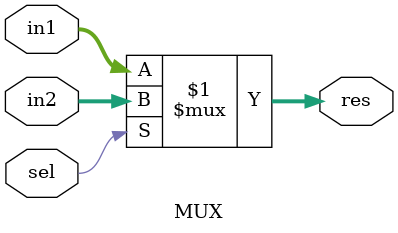
<source format=v>
`timescale 1ns / 1ps


module MUX #(parameter nbits = 32)(
       input [nbits-1 :0] in1 , in2 ,
       output [nbits - 1 : 0 ] res ,
       input sel 
    );
    
    assign res = (sel)? in2 : in1 ;
    
endmodule

</source>
